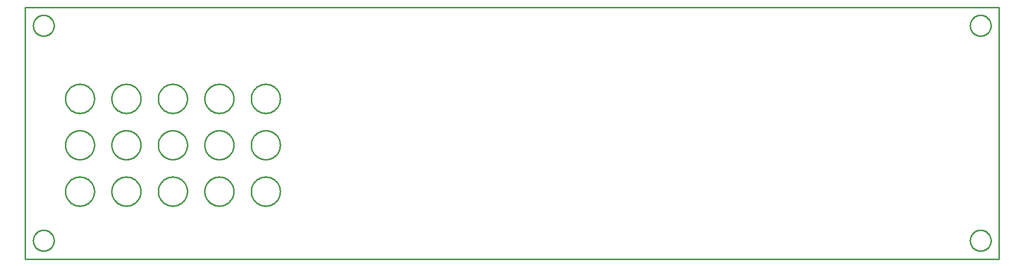
<source format=gbr>
G04 EAGLE Gerber RS-274X export*
G75*
%MOMM*%
%FSLAX34Y34*%
%LPD*%
%IN*%
%IPPOS*%
%AMOC8*
5,1,8,0,0,1.08239X$1,22.5*%
G01*
%ADD10C,0.254000*%


D10*
X0Y0D02*
X1676400Y0D01*
X1676400Y434340D01*
X0Y434340D01*
X0Y0D01*
X49657Y31164D02*
X49580Y29994D01*
X49427Y28831D01*
X49199Y27682D01*
X48895Y26549D01*
X48518Y25439D01*
X48070Y24356D01*
X47551Y23304D01*
X46965Y22289D01*
X46313Y21314D01*
X45600Y20384D01*
X44827Y19502D01*
X43998Y18673D01*
X43116Y17900D01*
X42186Y17187D01*
X41211Y16535D01*
X40196Y15949D01*
X39144Y15430D01*
X38061Y14982D01*
X36951Y14605D01*
X35818Y14301D01*
X34669Y14073D01*
X33506Y13920D01*
X32336Y13843D01*
X31164Y13843D01*
X29994Y13920D01*
X28831Y14073D01*
X27682Y14301D01*
X26549Y14605D01*
X25439Y14982D01*
X24356Y15430D01*
X23304Y15949D01*
X22289Y16535D01*
X21314Y17187D01*
X20384Y17900D01*
X19502Y18673D01*
X18673Y19502D01*
X17900Y20384D01*
X17187Y21314D01*
X16535Y22289D01*
X15949Y23304D01*
X15430Y24356D01*
X14982Y25439D01*
X14605Y26549D01*
X14301Y27682D01*
X14073Y28831D01*
X13920Y29994D01*
X13843Y31164D01*
X13843Y32336D01*
X13920Y33506D01*
X14073Y34669D01*
X14301Y35818D01*
X14605Y36951D01*
X14982Y38061D01*
X15430Y39144D01*
X15949Y40196D01*
X16535Y41211D01*
X17187Y42186D01*
X17900Y43116D01*
X18673Y43998D01*
X19502Y44827D01*
X20384Y45600D01*
X21314Y46313D01*
X22289Y46965D01*
X23304Y47551D01*
X24356Y48070D01*
X25439Y48518D01*
X26549Y48895D01*
X27682Y49199D01*
X28831Y49427D01*
X29994Y49580D01*
X31164Y49657D01*
X32336Y49657D01*
X33506Y49580D01*
X34669Y49427D01*
X35818Y49199D01*
X36951Y48895D01*
X38061Y48518D01*
X39144Y48070D01*
X40196Y47551D01*
X41211Y46965D01*
X42186Y46313D01*
X43116Y45600D01*
X43998Y44827D01*
X44827Y43998D01*
X45600Y43116D01*
X46313Y42186D01*
X46965Y41211D01*
X47551Y40196D01*
X48070Y39144D01*
X48518Y38061D01*
X48895Y36951D01*
X49199Y35818D01*
X49427Y34669D01*
X49580Y33506D01*
X49657Y32336D01*
X49657Y31164D01*
X49657Y402004D02*
X49580Y400834D01*
X49427Y399671D01*
X49199Y398522D01*
X48895Y397389D01*
X48518Y396279D01*
X48070Y395196D01*
X47551Y394144D01*
X46965Y393129D01*
X46313Y392154D01*
X45600Y391224D01*
X44827Y390342D01*
X43998Y389513D01*
X43116Y388740D01*
X42186Y388027D01*
X41211Y387375D01*
X40196Y386789D01*
X39144Y386270D01*
X38061Y385822D01*
X36951Y385445D01*
X35818Y385141D01*
X34669Y384913D01*
X33506Y384760D01*
X32336Y384683D01*
X31164Y384683D01*
X29994Y384760D01*
X28831Y384913D01*
X27682Y385141D01*
X26549Y385445D01*
X25439Y385822D01*
X24356Y386270D01*
X23304Y386789D01*
X22289Y387375D01*
X21314Y388027D01*
X20384Y388740D01*
X19502Y389513D01*
X18673Y390342D01*
X17900Y391224D01*
X17187Y392154D01*
X16535Y393129D01*
X15949Y394144D01*
X15430Y395196D01*
X14982Y396279D01*
X14605Y397389D01*
X14301Y398522D01*
X14073Y399671D01*
X13920Y400834D01*
X13843Y402004D01*
X13843Y403176D01*
X13920Y404346D01*
X14073Y405509D01*
X14301Y406658D01*
X14605Y407791D01*
X14982Y408901D01*
X15430Y409984D01*
X15949Y411036D01*
X16535Y412051D01*
X17187Y413026D01*
X17900Y413956D01*
X18673Y414838D01*
X19502Y415667D01*
X20384Y416440D01*
X21314Y417153D01*
X22289Y417805D01*
X23304Y418391D01*
X24356Y418910D01*
X25439Y419358D01*
X26549Y419735D01*
X27682Y420039D01*
X28831Y420267D01*
X29994Y420420D01*
X31164Y420497D01*
X32336Y420497D01*
X33506Y420420D01*
X34669Y420267D01*
X35818Y420039D01*
X36951Y419735D01*
X38061Y419358D01*
X39144Y418910D01*
X40196Y418391D01*
X41211Y417805D01*
X42186Y417153D01*
X43116Y416440D01*
X43998Y415667D01*
X44827Y414838D01*
X45600Y413956D01*
X46313Y413026D01*
X46965Y412051D01*
X47551Y411036D01*
X48070Y409984D01*
X48518Y408901D01*
X48895Y407791D01*
X49199Y406658D01*
X49427Y405509D01*
X49580Y404346D01*
X49657Y403176D01*
X49657Y402004D01*
X1662557Y402004D02*
X1662480Y400834D01*
X1662327Y399671D01*
X1662099Y398522D01*
X1661795Y397389D01*
X1661418Y396279D01*
X1660970Y395196D01*
X1660451Y394144D01*
X1659865Y393129D01*
X1659213Y392154D01*
X1658500Y391224D01*
X1657727Y390342D01*
X1656898Y389513D01*
X1656016Y388740D01*
X1655086Y388027D01*
X1654111Y387375D01*
X1653096Y386789D01*
X1652044Y386270D01*
X1650961Y385822D01*
X1649851Y385445D01*
X1648718Y385141D01*
X1647569Y384913D01*
X1646406Y384760D01*
X1645236Y384683D01*
X1644064Y384683D01*
X1642894Y384760D01*
X1641731Y384913D01*
X1640582Y385141D01*
X1639449Y385445D01*
X1638339Y385822D01*
X1637256Y386270D01*
X1636204Y386789D01*
X1635189Y387375D01*
X1634214Y388027D01*
X1633284Y388740D01*
X1632402Y389513D01*
X1631573Y390342D01*
X1630800Y391224D01*
X1630087Y392154D01*
X1629435Y393129D01*
X1628849Y394144D01*
X1628330Y395196D01*
X1627882Y396279D01*
X1627505Y397389D01*
X1627201Y398522D01*
X1626973Y399671D01*
X1626820Y400834D01*
X1626743Y402004D01*
X1626743Y403176D01*
X1626820Y404346D01*
X1626973Y405509D01*
X1627201Y406658D01*
X1627505Y407791D01*
X1627882Y408901D01*
X1628330Y409984D01*
X1628849Y411036D01*
X1629435Y412051D01*
X1630087Y413026D01*
X1630800Y413956D01*
X1631573Y414838D01*
X1632402Y415667D01*
X1633284Y416440D01*
X1634214Y417153D01*
X1635189Y417805D01*
X1636204Y418391D01*
X1637256Y418910D01*
X1638339Y419358D01*
X1639449Y419735D01*
X1640582Y420039D01*
X1641731Y420267D01*
X1642894Y420420D01*
X1644064Y420497D01*
X1645236Y420497D01*
X1646406Y420420D01*
X1647569Y420267D01*
X1648718Y420039D01*
X1649851Y419735D01*
X1650961Y419358D01*
X1652044Y418910D01*
X1653096Y418391D01*
X1654111Y417805D01*
X1655086Y417153D01*
X1656016Y416440D01*
X1656898Y415667D01*
X1657727Y414838D01*
X1658500Y413956D01*
X1659213Y413026D01*
X1659865Y412051D01*
X1660451Y411036D01*
X1660970Y409984D01*
X1661418Y408901D01*
X1661795Y407791D01*
X1662099Y406658D01*
X1662327Y405509D01*
X1662480Y404346D01*
X1662557Y403176D01*
X1662557Y402004D01*
X1662557Y31164D02*
X1662480Y29994D01*
X1662327Y28831D01*
X1662099Y27682D01*
X1661795Y26549D01*
X1661418Y25439D01*
X1660970Y24356D01*
X1660451Y23304D01*
X1659865Y22289D01*
X1659213Y21314D01*
X1658500Y20384D01*
X1657727Y19502D01*
X1656898Y18673D01*
X1656016Y17900D01*
X1655086Y17187D01*
X1654111Y16535D01*
X1653096Y15949D01*
X1652044Y15430D01*
X1650961Y14982D01*
X1649851Y14605D01*
X1648718Y14301D01*
X1647569Y14073D01*
X1646406Y13920D01*
X1645236Y13843D01*
X1644064Y13843D01*
X1642894Y13920D01*
X1641731Y14073D01*
X1640582Y14301D01*
X1639449Y14605D01*
X1638339Y14982D01*
X1637256Y15430D01*
X1636204Y15949D01*
X1635189Y16535D01*
X1634214Y17187D01*
X1633284Y17900D01*
X1632402Y18673D01*
X1631573Y19502D01*
X1630800Y20384D01*
X1630087Y21314D01*
X1629435Y22289D01*
X1628849Y23304D01*
X1628330Y24356D01*
X1627882Y25439D01*
X1627505Y26549D01*
X1627201Y27682D01*
X1626973Y28831D01*
X1626820Y29994D01*
X1626743Y31164D01*
X1626743Y32336D01*
X1626820Y33506D01*
X1626973Y34669D01*
X1627201Y35818D01*
X1627505Y36951D01*
X1627882Y38061D01*
X1628330Y39144D01*
X1628849Y40196D01*
X1629435Y41211D01*
X1630087Y42186D01*
X1630800Y43116D01*
X1631573Y43998D01*
X1632402Y44827D01*
X1633284Y45600D01*
X1634214Y46313D01*
X1635189Y46965D01*
X1636204Y47551D01*
X1637256Y48070D01*
X1638339Y48518D01*
X1639449Y48895D01*
X1640582Y49199D01*
X1641731Y49427D01*
X1642894Y49580D01*
X1644064Y49657D01*
X1645236Y49657D01*
X1646406Y49580D01*
X1647569Y49427D01*
X1648718Y49199D01*
X1649851Y48895D01*
X1650961Y48518D01*
X1652044Y48070D01*
X1653096Y47551D01*
X1654111Y46965D01*
X1655086Y46313D01*
X1656016Y45600D01*
X1656898Y44827D01*
X1657727Y43998D01*
X1658500Y43116D01*
X1659213Y42186D01*
X1659865Y41211D01*
X1660451Y40196D01*
X1660970Y39144D01*
X1661418Y38061D01*
X1661795Y36951D01*
X1662099Y35818D01*
X1662327Y34669D01*
X1662480Y33506D01*
X1662557Y32336D01*
X1662557Y31164D01*
X389000Y115799D02*
X389079Y114398D01*
X389236Y113004D01*
X389471Y111621D01*
X389783Y110253D01*
X390171Y108905D01*
X390635Y107581D01*
X391171Y106285D01*
X391780Y105021D01*
X392459Y103793D01*
X393205Y102605D01*
X394017Y101461D01*
X394892Y100364D01*
X395826Y99318D01*
X396818Y98326D01*
X397864Y97392D01*
X398961Y96517D01*
X400105Y95705D01*
X401293Y94959D01*
X402521Y94280D01*
X403785Y93671D01*
X405081Y93135D01*
X406405Y92671D01*
X407753Y92283D01*
X409121Y91971D01*
X410504Y91736D01*
X411898Y91579D01*
X413299Y91500D01*
X414701Y91500D01*
X416102Y91579D01*
X417496Y91736D01*
X418879Y91971D01*
X420247Y92283D01*
X421595Y92671D01*
X422919Y93135D01*
X424215Y93671D01*
X425479Y94280D01*
X426707Y94959D01*
X427895Y95705D01*
X429039Y96517D01*
X430136Y97392D01*
X431182Y98326D01*
X432174Y99318D01*
X433108Y100364D01*
X433983Y101461D01*
X434795Y102605D01*
X435541Y103793D01*
X436220Y105021D01*
X436829Y106285D01*
X437365Y107581D01*
X437829Y108905D01*
X438217Y110253D01*
X438529Y111621D01*
X438764Y113004D01*
X438921Y114398D01*
X439000Y115799D01*
X439000Y117201D01*
X438921Y118602D01*
X438764Y119996D01*
X438529Y121379D01*
X438217Y122747D01*
X437829Y124095D01*
X437365Y125419D01*
X436829Y126715D01*
X436220Y127979D01*
X435541Y129207D01*
X434795Y130395D01*
X433983Y131539D01*
X433108Y132636D01*
X432174Y133682D01*
X431182Y134674D01*
X430136Y135608D01*
X429039Y136483D01*
X427895Y137295D01*
X426707Y138041D01*
X425479Y138720D01*
X424215Y139329D01*
X422919Y139865D01*
X421595Y140329D01*
X420247Y140717D01*
X418879Y141029D01*
X417496Y141264D01*
X416102Y141421D01*
X414701Y141500D01*
X413299Y141500D01*
X411898Y141421D01*
X410504Y141264D01*
X409121Y141029D01*
X407753Y140717D01*
X406405Y140329D01*
X405081Y139865D01*
X403785Y139329D01*
X402521Y138720D01*
X401293Y138041D01*
X400105Y137295D01*
X398961Y136483D01*
X397864Y135608D01*
X396818Y134674D01*
X395826Y133682D01*
X394892Y132636D01*
X394017Y131539D01*
X393205Y130395D01*
X392459Y129207D01*
X391780Y127979D01*
X391171Y126715D01*
X390635Y125419D01*
X390171Y124095D01*
X389783Y122747D01*
X389471Y121379D01*
X389236Y119996D01*
X389079Y118602D01*
X389000Y117201D01*
X389000Y115799D01*
X309000Y115799D02*
X309079Y114398D01*
X309236Y113004D01*
X309471Y111621D01*
X309783Y110253D01*
X310171Y108905D01*
X310635Y107581D01*
X311171Y106285D01*
X311780Y105021D01*
X312459Y103793D01*
X313205Y102605D01*
X314017Y101461D01*
X314892Y100364D01*
X315826Y99318D01*
X316818Y98326D01*
X317864Y97392D01*
X318961Y96517D01*
X320105Y95705D01*
X321293Y94959D01*
X322521Y94280D01*
X323785Y93671D01*
X325081Y93135D01*
X326405Y92671D01*
X327753Y92283D01*
X329121Y91971D01*
X330504Y91736D01*
X331898Y91579D01*
X333299Y91500D01*
X334701Y91500D01*
X336102Y91579D01*
X337496Y91736D01*
X338879Y91971D01*
X340247Y92283D01*
X341595Y92671D01*
X342919Y93135D01*
X344215Y93671D01*
X345479Y94280D01*
X346707Y94959D01*
X347895Y95705D01*
X349039Y96517D01*
X350136Y97392D01*
X351182Y98326D01*
X352174Y99318D01*
X353108Y100364D01*
X353983Y101461D01*
X354795Y102605D01*
X355541Y103793D01*
X356220Y105021D01*
X356829Y106285D01*
X357365Y107581D01*
X357829Y108905D01*
X358217Y110253D01*
X358529Y111621D01*
X358764Y113004D01*
X358921Y114398D01*
X359000Y115799D01*
X359000Y117201D01*
X358921Y118602D01*
X358764Y119996D01*
X358529Y121379D01*
X358217Y122747D01*
X357829Y124095D01*
X357365Y125419D01*
X356829Y126715D01*
X356220Y127979D01*
X355541Y129207D01*
X354795Y130395D01*
X353983Y131539D01*
X353108Y132636D01*
X352174Y133682D01*
X351182Y134674D01*
X350136Y135608D01*
X349039Y136483D01*
X347895Y137295D01*
X346707Y138041D01*
X345479Y138720D01*
X344215Y139329D01*
X342919Y139865D01*
X341595Y140329D01*
X340247Y140717D01*
X338879Y141029D01*
X337496Y141264D01*
X336102Y141421D01*
X334701Y141500D01*
X333299Y141500D01*
X331898Y141421D01*
X330504Y141264D01*
X329121Y141029D01*
X327753Y140717D01*
X326405Y140329D01*
X325081Y139865D01*
X323785Y139329D01*
X322521Y138720D01*
X321293Y138041D01*
X320105Y137295D01*
X318961Y136483D01*
X317864Y135608D01*
X316818Y134674D01*
X315826Y133682D01*
X314892Y132636D01*
X314017Y131539D01*
X313205Y130395D01*
X312459Y129207D01*
X311780Y127979D01*
X311171Y126715D01*
X310635Y125419D01*
X310171Y124095D01*
X309783Y122747D01*
X309471Y121379D01*
X309236Y119996D01*
X309079Y118602D01*
X309000Y117201D01*
X309000Y115799D01*
X229000Y115799D02*
X229079Y114398D01*
X229236Y113004D01*
X229471Y111621D01*
X229783Y110253D01*
X230171Y108905D01*
X230635Y107581D01*
X231171Y106285D01*
X231780Y105021D01*
X232459Y103793D01*
X233205Y102605D01*
X234017Y101461D01*
X234892Y100364D01*
X235826Y99318D01*
X236818Y98326D01*
X237864Y97392D01*
X238961Y96517D01*
X240105Y95705D01*
X241293Y94959D01*
X242521Y94280D01*
X243785Y93671D01*
X245081Y93135D01*
X246405Y92671D01*
X247753Y92283D01*
X249121Y91971D01*
X250504Y91736D01*
X251898Y91579D01*
X253299Y91500D01*
X254701Y91500D01*
X256102Y91579D01*
X257496Y91736D01*
X258879Y91971D01*
X260247Y92283D01*
X261595Y92671D01*
X262919Y93135D01*
X264215Y93671D01*
X265479Y94280D01*
X266707Y94959D01*
X267895Y95705D01*
X269039Y96517D01*
X270136Y97392D01*
X271182Y98326D01*
X272174Y99318D01*
X273108Y100364D01*
X273983Y101461D01*
X274795Y102605D01*
X275541Y103793D01*
X276220Y105021D01*
X276829Y106285D01*
X277365Y107581D01*
X277829Y108905D01*
X278217Y110253D01*
X278529Y111621D01*
X278764Y113004D01*
X278921Y114398D01*
X279000Y115799D01*
X279000Y117201D01*
X278921Y118602D01*
X278764Y119996D01*
X278529Y121379D01*
X278217Y122747D01*
X277829Y124095D01*
X277365Y125419D01*
X276829Y126715D01*
X276220Y127979D01*
X275541Y129207D01*
X274795Y130395D01*
X273983Y131539D01*
X273108Y132636D01*
X272174Y133682D01*
X271182Y134674D01*
X270136Y135608D01*
X269039Y136483D01*
X267895Y137295D01*
X266707Y138041D01*
X265479Y138720D01*
X264215Y139329D01*
X262919Y139865D01*
X261595Y140329D01*
X260247Y140717D01*
X258879Y141029D01*
X257496Y141264D01*
X256102Y141421D01*
X254701Y141500D01*
X253299Y141500D01*
X251898Y141421D01*
X250504Y141264D01*
X249121Y141029D01*
X247753Y140717D01*
X246405Y140329D01*
X245081Y139865D01*
X243785Y139329D01*
X242521Y138720D01*
X241293Y138041D01*
X240105Y137295D01*
X238961Y136483D01*
X237864Y135608D01*
X236818Y134674D01*
X235826Y133682D01*
X234892Y132636D01*
X234017Y131539D01*
X233205Y130395D01*
X232459Y129207D01*
X231780Y127979D01*
X231171Y126715D01*
X230635Y125419D01*
X230171Y124095D01*
X229783Y122747D01*
X229471Y121379D01*
X229236Y119996D01*
X229079Y118602D01*
X229000Y117201D01*
X229000Y115799D01*
X149000Y115799D02*
X149079Y114398D01*
X149236Y113004D01*
X149471Y111621D01*
X149783Y110253D01*
X150171Y108905D01*
X150635Y107581D01*
X151171Y106285D01*
X151780Y105021D01*
X152459Y103793D01*
X153205Y102605D01*
X154017Y101461D01*
X154892Y100364D01*
X155826Y99318D01*
X156818Y98326D01*
X157864Y97392D01*
X158961Y96517D01*
X160105Y95705D01*
X161293Y94959D01*
X162521Y94280D01*
X163785Y93671D01*
X165081Y93135D01*
X166405Y92671D01*
X167753Y92283D01*
X169121Y91971D01*
X170504Y91736D01*
X171898Y91579D01*
X173299Y91500D01*
X174701Y91500D01*
X176102Y91579D01*
X177496Y91736D01*
X178879Y91971D01*
X180247Y92283D01*
X181595Y92671D01*
X182919Y93135D01*
X184215Y93671D01*
X185479Y94280D01*
X186707Y94959D01*
X187895Y95705D01*
X189039Y96517D01*
X190136Y97392D01*
X191182Y98326D01*
X192174Y99318D01*
X193108Y100364D01*
X193983Y101461D01*
X194795Y102605D01*
X195541Y103793D01*
X196220Y105021D01*
X196829Y106285D01*
X197365Y107581D01*
X197829Y108905D01*
X198217Y110253D01*
X198529Y111621D01*
X198764Y113004D01*
X198921Y114398D01*
X199000Y115799D01*
X199000Y117201D01*
X198921Y118602D01*
X198764Y119996D01*
X198529Y121379D01*
X198217Y122747D01*
X197829Y124095D01*
X197365Y125419D01*
X196829Y126715D01*
X196220Y127979D01*
X195541Y129207D01*
X194795Y130395D01*
X193983Y131539D01*
X193108Y132636D01*
X192174Y133682D01*
X191182Y134674D01*
X190136Y135608D01*
X189039Y136483D01*
X187895Y137295D01*
X186707Y138041D01*
X185479Y138720D01*
X184215Y139329D01*
X182919Y139865D01*
X181595Y140329D01*
X180247Y140717D01*
X178879Y141029D01*
X177496Y141264D01*
X176102Y141421D01*
X174701Y141500D01*
X173299Y141500D01*
X171898Y141421D01*
X170504Y141264D01*
X169121Y141029D01*
X167753Y140717D01*
X166405Y140329D01*
X165081Y139865D01*
X163785Y139329D01*
X162521Y138720D01*
X161293Y138041D01*
X160105Y137295D01*
X158961Y136483D01*
X157864Y135608D01*
X156818Y134674D01*
X155826Y133682D01*
X154892Y132636D01*
X154017Y131539D01*
X153205Y130395D01*
X152459Y129207D01*
X151780Y127979D01*
X151171Y126715D01*
X150635Y125419D01*
X150171Y124095D01*
X149783Y122747D01*
X149471Y121379D01*
X149236Y119996D01*
X149079Y118602D01*
X149000Y117201D01*
X149000Y115799D01*
X389000Y275799D02*
X389079Y274398D01*
X389236Y273004D01*
X389471Y271621D01*
X389783Y270253D01*
X390171Y268905D01*
X390635Y267581D01*
X391171Y266285D01*
X391780Y265021D01*
X392459Y263793D01*
X393205Y262605D01*
X394017Y261461D01*
X394892Y260364D01*
X395826Y259318D01*
X396818Y258326D01*
X397864Y257392D01*
X398961Y256517D01*
X400105Y255705D01*
X401293Y254959D01*
X402521Y254280D01*
X403785Y253671D01*
X405081Y253135D01*
X406405Y252671D01*
X407753Y252283D01*
X409121Y251971D01*
X410504Y251736D01*
X411898Y251579D01*
X413299Y251500D01*
X414701Y251500D01*
X416102Y251579D01*
X417496Y251736D01*
X418879Y251971D01*
X420247Y252283D01*
X421595Y252671D01*
X422919Y253135D01*
X424215Y253671D01*
X425479Y254280D01*
X426707Y254959D01*
X427895Y255705D01*
X429039Y256517D01*
X430136Y257392D01*
X431182Y258326D01*
X432174Y259318D01*
X433108Y260364D01*
X433983Y261461D01*
X434795Y262605D01*
X435541Y263793D01*
X436220Y265021D01*
X436829Y266285D01*
X437365Y267581D01*
X437829Y268905D01*
X438217Y270253D01*
X438529Y271621D01*
X438764Y273004D01*
X438921Y274398D01*
X439000Y275799D01*
X439000Y277201D01*
X438921Y278602D01*
X438764Y279996D01*
X438529Y281379D01*
X438217Y282747D01*
X437829Y284095D01*
X437365Y285419D01*
X436829Y286715D01*
X436220Y287979D01*
X435541Y289207D01*
X434795Y290395D01*
X433983Y291539D01*
X433108Y292636D01*
X432174Y293682D01*
X431182Y294674D01*
X430136Y295608D01*
X429039Y296483D01*
X427895Y297295D01*
X426707Y298041D01*
X425479Y298720D01*
X424215Y299329D01*
X422919Y299865D01*
X421595Y300329D01*
X420247Y300717D01*
X418879Y301029D01*
X417496Y301264D01*
X416102Y301421D01*
X414701Y301500D01*
X413299Y301500D01*
X411898Y301421D01*
X410504Y301264D01*
X409121Y301029D01*
X407753Y300717D01*
X406405Y300329D01*
X405081Y299865D01*
X403785Y299329D01*
X402521Y298720D01*
X401293Y298041D01*
X400105Y297295D01*
X398961Y296483D01*
X397864Y295608D01*
X396818Y294674D01*
X395826Y293682D01*
X394892Y292636D01*
X394017Y291539D01*
X393205Y290395D01*
X392459Y289207D01*
X391780Y287979D01*
X391171Y286715D01*
X390635Y285419D01*
X390171Y284095D01*
X389783Y282747D01*
X389471Y281379D01*
X389236Y279996D01*
X389079Y278602D01*
X389000Y277201D01*
X389000Y275799D01*
X309000Y275799D02*
X309079Y274398D01*
X309236Y273004D01*
X309471Y271621D01*
X309783Y270253D01*
X310171Y268905D01*
X310635Y267581D01*
X311171Y266285D01*
X311780Y265021D01*
X312459Y263793D01*
X313205Y262605D01*
X314017Y261461D01*
X314892Y260364D01*
X315826Y259318D01*
X316818Y258326D01*
X317864Y257392D01*
X318961Y256517D01*
X320105Y255705D01*
X321293Y254959D01*
X322521Y254280D01*
X323785Y253671D01*
X325081Y253135D01*
X326405Y252671D01*
X327753Y252283D01*
X329121Y251971D01*
X330504Y251736D01*
X331898Y251579D01*
X333299Y251500D01*
X334701Y251500D01*
X336102Y251579D01*
X337496Y251736D01*
X338879Y251971D01*
X340247Y252283D01*
X341595Y252671D01*
X342919Y253135D01*
X344215Y253671D01*
X345479Y254280D01*
X346707Y254959D01*
X347895Y255705D01*
X349039Y256517D01*
X350136Y257392D01*
X351182Y258326D01*
X352174Y259318D01*
X353108Y260364D01*
X353983Y261461D01*
X354795Y262605D01*
X355541Y263793D01*
X356220Y265021D01*
X356829Y266285D01*
X357365Y267581D01*
X357829Y268905D01*
X358217Y270253D01*
X358529Y271621D01*
X358764Y273004D01*
X358921Y274398D01*
X359000Y275799D01*
X359000Y277201D01*
X358921Y278602D01*
X358764Y279996D01*
X358529Y281379D01*
X358217Y282747D01*
X357829Y284095D01*
X357365Y285419D01*
X356829Y286715D01*
X356220Y287979D01*
X355541Y289207D01*
X354795Y290395D01*
X353983Y291539D01*
X353108Y292636D01*
X352174Y293682D01*
X351182Y294674D01*
X350136Y295608D01*
X349039Y296483D01*
X347895Y297295D01*
X346707Y298041D01*
X345479Y298720D01*
X344215Y299329D01*
X342919Y299865D01*
X341595Y300329D01*
X340247Y300717D01*
X338879Y301029D01*
X337496Y301264D01*
X336102Y301421D01*
X334701Y301500D01*
X333299Y301500D01*
X331898Y301421D01*
X330504Y301264D01*
X329121Y301029D01*
X327753Y300717D01*
X326405Y300329D01*
X325081Y299865D01*
X323785Y299329D01*
X322521Y298720D01*
X321293Y298041D01*
X320105Y297295D01*
X318961Y296483D01*
X317864Y295608D01*
X316818Y294674D01*
X315826Y293682D01*
X314892Y292636D01*
X314017Y291539D01*
X313205Y290395D01*
X312459Y289207D01*
X311780Y287979D01*
X311171Y286715D01*
X310635Y285419D01*
X310171Y284095D01*
X309783Y282747D01*
X309471Y281379D01*
X309236Y279996D01*
X309079Y278602D01*
X309000Y277201D01*
X309000Y275799D01*
X229000Y275799D02*
X229079Y274398D01*
X229236Y273004D01*
X229471Y271621D01*
X229783Y270253D01*
X230171Y268905D01*
X230635Y267581D01*
X231171Y266285D01*
X231780Y265021D01*
X232459Y263793D01*
X233205Y262605D01*
X234017Y261461D01*
X234892Y260364D01*
X235826Y259318D01*
X236818Y258326D01*
X237864Y257392D01*
X238961Y256517D01*
X240105Y255705D01*
X241293Y254959D01*
X242521Y254280D01*
X243785Y253671D01*
X245081Y253135D01*
X246405Y252671D01*
X247753Y252283D01*
X249121Y251971D01*
X250504Y251736D01*
X251898Y251579D01*
X253299Y251500D01*
X254701Y251500D01*
X256102Y251579D01*
X257496Y251736D01*
X258879Y251971D01*
X260247Y252283D01*
X261595Y252671D01*
X262919Y253135D01*
X264215Y253671D01*
X265479Y254280D01*
X266707Y254959D01*
X267895Y255705D01*
X269039Y256517D01*
X270136Y257392D01*
X271182Y258326D01*
X272174Y259318D01*
X273108Y260364D01*
X273983Y261461D01*
X274795Y262605D01*
X275541Y263793D01*
X276220Y265021D01*
X276829Y266285D01*
X277365Y267581D01*
X277829Y268905D01*
X278217Y270253D01*
X278529Y271621D01*
X278764Y273004D01*
X278921Y274398D01*
X279000Y275799D01*
X279000Y277201D01*
X278921Y278602D01*
X278764Y279996D01*
X278529Y281379D01*
X278217Y282747D01*
X277829Y284095D01*
X277365Y285419D01*
X276829Y286715D01*
X276220Y287979D01*
X275541Y289207D01*
X274795Y290395D01*
X273983Y291539D01*
X273108Y292636D01*
X272174Y293682D01*
X271182Y294674D01*
X270136Y295608D01*
X269039Y296483D01*
X267895Y297295D01*
X266707Y298041D01*
X265479Y298720D01*
X264215Y299329D01*
X262919Y299865D01*
X261595Y300329D01*
X260247Y300717D01*
X258879Y301029D01*
X257496Y301264D01*
X256102Y301421D01*
X254701Y301500D01*
X253299Y301500D01*
X251898Y301421D01*
X250504Y301264D01*
X249121Y301029D01*
X247753Y300717D01*
X246405Y300329D01*
X245081Y299865D01*
X243785Y299329D01*
X242521Y298720D01*
X241293Y298041D01*
X240105Y297295D01*
X238961Y296483D01*
X237864Y295608D01*
X236818Y294674D01*
X235826Y293682D01*
X234892Y292636D01*
X234017Y291539D01*
X233205Y290395D01*
X232459Y289207D01*
X231780Y287979D01*
X231171Y286715D01*
X230635Y285419D01*
X230171Y284095D01*
X229783Y282747D01*
X229471Y281379D01*
X229236Y279996D01*
X229079Y278602D01*
X229000Y277201D01*
X229000Y275799D01*
X149000Y275799D02*
X149079Y274398D01*
X149236Y273004D01*
X149471Y271621D01*
X149783Y270253D01*
X150171Y268905D01*
X150635Y267581D01*
X151171Y266285D01*
X151780Y265021D01*
X152459Y263793D01*
X153205Y262605D01*
X154017Y261461D01*
X154892Y260364D01*
X155826Y259318D01*
X156818Y258326D01*
X157864Y257392D01*
X158961Y256517D01*
X160105Y255705D01*
X161293Y254959D01*
X162521Y254280D01*
X163785Y253671D01*
X165081Y253135D01*
X166405Y252671D01*
X167753Y252283D01*
X169121Y251971D01*
X170504Y251736D01*
X171898Y251579D01*
X173299Y251500D01*
X174701Y251500D01*
X176102Y251579D01*
X177496Y251736D01*
X178879Y251971D01*
X180247Y252283D01*
X181595Y252671D01*
X182919Y253135D01*
X184215Y253671D01*
X185479Y254280D01*
X186707Y254959D01*
X187895Y255705D01*
X189039Y256517D01*
X190136Y257392D01*
X191182Y258326D01*
X192174Y259318D01*
X193108Y260364D01*
X193983Y261461D01*
X194795Y262605D01*
X195541Y263793D01*
X196220Y265021D01*
X196829Y266285D01*
X197365Y267581D01*
X197829Y268905D01*
X198217Y270253D01*
X198529Y271621D01*
X198764Y273004D01*
X198921Y274398D01*
X199000Y275799D01*
X199000Y277201D01*
X198921Y278602D01*
X198764Y279996D01*
X198529Y281379D01*
X198217Y282747D01*
X197829Y284095D01*
X197365Y285419D01*
X196829Y286715D01*
X196220Y287979D01*
X195541Y289207D01*
X194795Y290395D01*
X193983Y291539D01*
X193108Y292636D01*
X192174Y293682D01*
X191182Y294674D01*
X190136Y295608D01*
X189039Y296483D01*
X187895Y297295D01*
X186707Y298041D01*
X185479Y298720D01*
X184215Y299329D01*
X182919Y299865D01*
X181595Y300329D01*
X180247Y300717D01*
X178879Y301029D01*
X177496Y301264D01*
X176102Y301421D01*
X174701Y301500D01*
X173299Y301500D01*
X171898Y301421D01*
X170504Y301264D01*
X169121Y301029D01*
X167753Y300717D01*
X166405Y300329D01*
X165081Y299865D01*
X163785Y299329D01*
X162521Y298720D01*
X161293Y298041D01*
X160105Y297295D01*
X158961Y296483D01*
X157864Y295608D01*
X156818Y294674D01*
X155826Y293682D01*
X154892Y292636D01*
X154017Y291539D01*
X153205Y290395D01*
X152459Y289207D01*
X151780Y287979D01*
X151171Y286715D01*
X150635Y285419D01*
X150171Y284095D01*
X149783Y282747D01*
X149471Y281379D01*
X149236Y279996D01*
X149079Y278602D01*
X149000Y277201D01*
X149000Y275799D01*
X389000Y195799D02*
X389079Y194398D01*
X389236Y193004D01*
X389471Y191621D01*
X389783Y190253D01*
X390171Y188905D01*
X390635Y187581D01*
X391171Y186285D01*
X391780Y185021D01*
X392459Y183793D01*
X393205Y182605D01*
X394017Y181461D01*
X394892Y180364D01*
X395826Y179318D01*
X396818Y178326D01*
X397864Y177392D01*
X398961Y176517D01*
X400105Y175705D01*
X401293Y174959D01*
X402521Y174280D01*
X403785Y173671D01*
X405081Y173135D01*
X406405Y172671D01*
X407753Y172283D01*
X409121Y171971D01*
X410504Y171736D01*
X411898Y171579D01*
X413299Y171500D01*
X414701Y171500D01*
X416102Y171579D01*
X417496Y171736D01*
X418879Y171971D01*
X420247Y172283D01*
X421595Y172671D01*
X422919Y173135D01*
X424215Y173671D01*
X425479Y174280D01*
X426707Y174959D01*
X427895Y175705D01*
X429039Y176517D01*
X430136Y177392D01*
X431182Y178326D01*
X432174Y179318D01*
X433108Y180364D01*
X433983Y181461D01*
X434795Y182605D01*
X435541Y183793D01*
X436220Y185021D01*
X436829Y186285D01*
X437365Y187581D01*
X437829Y188905D01*
X438217Y190253D01*
X438529Y191621D01*
X438764Y193004D01*
X438921Y194398D01*
X439000Y195799D01*
X439000Y197201D01*
X438921Y198602D01*
X438764Y199996D01*
X438529Y201379D01*
X438217Y202747D01*
X437829Y204095D01*
X437365Y205419D01*
X436829Y206715D01*
X436220Y207979D01*
X435541Y209207D01*
X434795Y210395D01*
X433983Y211539D01*
X433108Y212636D01*
X432174Y213682D01*
X431182Y214674D01*
X430136Y215608D01*
X429039Y216483D01*
X427895Y217295D01*
X426707Y218041D01*
X425479Y218720D01*
X424215Y219329D01*
X422919Y219865D01*
X421595Y220329D01*
X420247Y220717D01*
X418879Y221029D01*
X417496Y221264D01*
X416102Y221421D01*
X414701Y221500D01*
X413299Y221500D01*
X411898Y221421D01*
X410504Y221264D01*
X409121Y221029D01*
X407753Y220717D01*
X406405Y220329D01*
X405081Y219865D01*
X403785Y219329D01*
X402521Y218720D01*
X401293Y218041D01*
X400105Y217295D01*
X398961Y216483D01*
X397864Y215608D01*
X396818Y214674D01*
X395826Y213682D01*
X394892Y212636D01*
X394017Y211539D01*
X393205Y210395D01*
X392459Y209207D01*
X391780Y207979D01*
X391171Y206715D01*
X390635Y205419D01*
X390171Y204095D01*
X389783Y202747D01*
X389471Y201379D01*
X389236Y199996D01*
X389079Y198602D01*
X389000Y197201D01*
X389000Y195799D01*
X309000Y195799D02*
X309079Y194398D01*
X309236Y193004D01*
X309471Y191621D01*
X309783Y190253D01*
X310171Y188905D01*
X310635Y187581D01*
X311171Y186285D01*
X311780Y185021D01*
X312459Y183793D01*
X313205Y182605D01*
X314017Y181461D01*
X314892Y180364D01*
X315826Y179318D01*
X316818Y178326D01*
X317864Y177392D01*
X318961Y176517D01*
X320105Y175705D01*
X321293Y174959D01*
X322521Y174280D01*
X323785Y173671D01*
X325081Y173135D01*
X326405Y172671D01*
X327753Y172283D01*
X329121Y171971D01*
X330504Y171736D01*
X331898Y171579D01*
X333299Y171500D01*
X334701Y171500D01*
X336102Y171579D01*
X337496Y171736D01*
X338879Y171971D01*
X340247Y172283D01*
X341595Y172671D01*
X342919Y173135D01*
X344215Y173671D01*
X345479Y174280D01*
X346707Y174959D01*
X347895Y175705D01*
X349039Y176517D01*
X350136Y177392D01*
X351182Y178326D01*
X352174Y179318D01*
X353108Y180364D01*
X353983Y181461D01*
X354795Y182605D01*
X355541Y183793D01*
X356220Y185021D01*
X356829Y186285D01*
X357365Y187581D01*
X357829Y188905D01*
X358217Y190253D01*
X358529Y191621D01*
X358764Y193004D01*
X358921Y194398D01*
X359000Y195799D01*
X359000Y197201D01*
X358921Y198602D01*
X358764Y199996D01*
X358529Y201379D01*
X358217Y202747D01*
X357829Y204095D01*
X357365Y205419D01*
X356829Y206715D01*
X356220Y207979D01*
X355541Y209207D01*
X354795Y210395D01*
X353983Y211539D01*
X353108Y212636D01*
X352174Y213682D01*
X351182Y214674D01*
X350136Y215608D01*
X349039Y216483D01*
X347895Y217295D01*
X346707Y218041D01*
X345479Y218720D01*
X344215Y219329D01*
X342919Y219865D01*
X341595Y220329D01*
X340247Y220717D01*
X338879Y221029D01*
X337496Y221264D01*
X336102Y221421D01*
X334701Y221500D01*
X333299Y221500D01*
X331898Y221421D01*
X330504Y221264D01*
X329121Y221029D01*
X327753Y220717D01*
X326405Y220329D01*
X325081Y219865D01*
X323785Y219329D01*
X322521Y218720D01*
X321293Y218041D01*
X320105Y217295D01*
X318961Y216483D01*
X317864Y215608D01*
X316818Y214674D01*
X315826Y213682D01*
X314892Y212636D01*
X314017Y211539D01*
X313205Y210395D01*
X312459Y209207D01*
X311780Y207979D01*
X311171Y206715D01*
X310635Y205419D01*
X310171Y204095D01*
X309783Y202747D01*
X309471Y201379D01*
X309236Y199996D01*
X309079Y198602D01*
X309000Y197201D01*
X309000Y195799D01*
X229000Y195799D02*
X229079Y194398D01*
X229236Y193004D01*
X229471Y191621D01*
X229783Y190253D01*
X230171Y188905D01*
X230635Y187581D01*
X231171Y186285D01*
X231780Y185021D01*
X232459Y183793D01*
X233205Y182605D01*
X234017Y181461D01*
X234892Y180364D01*
X235826Y179318D01*
X236818Y178326D01*
X237864Y177392D01*
X238961Y176517D01*
X240105Y175705D01*
X241293Y174959D01*
X242521Y174280D01*
X243785Y173671D01*
X245081Y173135D01*
X246405Y172671D01*
X247753Y172283D01*
X249121Y171971D01*
X250504Y171736D01*
X251898Y171579D01*
X253299Y171500D01*
X254701Y171500D01*
X256102Y171579D01*
X257496Y171736D01*
X258879Y171971D01*
X260247Y172283D01*
X261595Y172671D01*
X262919Y173135D01*
X264215Y173671D01*
X265479Y174280D01*
X266707Y174959D01*
X267895Y175705D01*
X269039Y176517D01*
X270136Y177392D01*
X271182Y178326D01*
X272174Y179318D01*
X273108Y180364D01*
X273983Y181461D01*
X274795Y182605D01*
X275541Y183793D01*
X276220Y185021D01*
X276829Y186285D01*
X277365Y187581D01*
X277829Y188905D01*
X278217Y190253D01*
X278529Y191621D01*
X278764Y193004D01*
X278921Y194398D01*
X279000Y195799D01*
X279000Y197201D01*
X278921Y198602D01*
X278764Y199996D01*
X278529Y201379D01*
X278217Y202747D01*
X277829Y204095D01*
X277365Y205419D01*
X276829Y206715D01*
X276220Y207979D01*
X275541Y209207D01*
X274795Y210395D01*
X273983Y211539D01*
X273108Y212636D01*
X272174Y213682D01*
X271182Y214674D01*
X270136Y215608D01*
X269039Y216483D01*
X267895Y217295D01*
X266707Y218041D01*
X265479Y218720D01*
X264215Y219329D01*
X262919Y219865D01*
X261595Y220329D01*
X260247Y220717D01*
X258879Y221029D01*
X257496Y221264D01*
X256102Y221421D01*
X254701Y221500D01*
X253299Y221500D01*
X251898Y221421D01*
X250504Y221264D01*
X249121Y221029D01*
X247753Y220717D01*
X246405Y220329D01*
X245081Y219865D01*
X243785Y219329D01*
X242521Y218720D01*
X241293Y218041D01*
X240105Y217295D01*
X238961Y216483D01*
X237864Y215608D01*
X236818Y214674D01*
X235826Y213682D01*
X234892Y212636D01*
X234017Y211539D01*
X233205Y210395D01*
X232459Y209207D01*
X231780Y207979D01*
X231171Y206715D01*
X230635Y205419D01*
X230171Y204095D01*
X229783Y202747D01*
X229471Y201379D01*
X229236Y199996D01*
X229079Y198602D01*
X229000Y197201D01*
X229000Y195799D01*
X149000Y195799D02*
X149079Y194398D01*
X149236Y193004D01*
X149471Y191621D01*
X149783Y190253D01*
X150171Y188905D01*
X150635Y187581D01*
X151171Y186285D01*
X151780Y185021D01*
X152459Y183793D01*
X153205Y182605D01*
X154017Y181461D01*
X154892Y180364D01*
X155826Y179318D01*
X156818Y178326D01*
X157864Y177392D01*
X158961Y176517D01*
X160105Y175705D01*
X161293Y174959D01*
X162521Y174280D01*
X163785Y173671D01*
X165081Y173135D01*
X166405Y172671D01*
X167753Y172283D01*
X169121Y171971D01*
X170504Y171736D01*
X171898Y171579D01*
X173299Y171500D01*
X174701Y171500D01*
X176102Y171579D01*
X177496Y171736D01*
X178879Y171971D01*
X180247Y172283D01*
X181595Y172671D01*
X182919Y173135D01*
X184215Y173671D01*
X185479Y174280D01*
X186707Y174959D01*
X187895Y175705D01*
X189039Y176517D01*
X190136Y177392D01*
X191182Y178326D01*
X192174Y179318D01*
X193108Y180364D01*
X193983Y181461D01*
X194795Y182605D01*
X195541Y183793D01*
X196220Y185021D01*
X196829Y186285D01*
X197365Y187581D01*
X197829Y188905D01*
X198217Y190253D01*
X198529Y191621D01*
X198764Y193004D01*
X198921Y194398D01*
X199000Y195799D01*
X199000Y197201D01*
X198921Y198602D01*
X198764Y199996D01*
X198529Y201379D01*
X198217Y202747D01*
X197829Y204095D01*
X197365Y205419D01*
X196829Y206715D01*
X196220Y207979D01*
X195541Y209207D01*
X194795Y210395D01*
X193983Y211539D01*
X193108Y212636D01*
X192174Y213682D01*
X191182Y214674D01*
X190136Y215608D01*
X189039Y216483D01*
X187895Y217295D01*
X186707Y218041D01*
X185479Y218720D01*
X184215Y219329D01*
X182919Y219865D01*
X181595Y220329D01*
X180247Y220717D01*
X178879Y221029D01*
X177496Y221264D01*
X176102Y221421D01*
X174701Y221500D01*
X173299Y221500D01*
X171898Y221421D01*
X170504Y221264D01*
X169121Y221029D01*
X167753Y220717D01*
X166405Y220329D01*
X165081Y219865D01*
X163785Y219329D01*
X162521Y218720D01*
X161293Y218041D01*
X160105Y217295D01*
X158961Y216483D01*
X157864Y215608D01*
X156818Y214674D01*
X155826Y213682D01*
X154892Y212636D01*
X154017Y211539D01*
X153205Y210395D01*
X152459Y209207D01*
X151780Y207979D01*
X151171Y206715D01*
X150635Y205419D01*
X150171Y204095D01*
X149783Y202747D01*
X149471Y201379D01*
X149236Y199996D01*
X149079Y198602D01*
X149000Y197201D01*
X149000Y195799D01*
X69000Y115799D02*
X69079Y114398D01*
X69236Y113004D01*
X69471Y111621D01*
X69783Y110253D01*
X70171Y108905D01*
X70635Y107581D01*
X71171Y106285D01*
X71780Y105021D01*
X72459Y103793D01*
X73205Y102605D01*
X74017Y101461D01*
X74892Y100364D01*
X75826Y99318D01*
X76818Y98326D01*
X77864Y97392D01*
X78961Y96517D01*
X80105Y95705D01*
X81293Y94959D01*
X82521Y94280D01*
X83785Y93671D01*
X85081Y93135D01*
X86405Y92671D01*
X87753Y92283D01*
X89121Y91971D01*
X90504Y91736D01*
X91898Y91579D01*
X93299Y91500D01*
X94701Y91500D01*
X96102Y91579D01*
X97496Y91736D01*
X98879Y91971D01*
X100247Y92283D01*
X101595Y92671D01*
X102919Y93135D01*
X104215Y93671D01*
X105479Y94280D01*
X106707Y94959D01*
X107895Y95705D01*
X109039Y96517D01*
X110136Y97392D01*
X111182Y98326D01*
X112174Y99318D01*
X113108Y100364D01*
X113983Y101461D01*
X114795Y102605D01*
X115541Y103793D01*
X116220Y105021D01*
X116829Y106285D01*
X117365Y107581D01*
X117829Y108905D01*
X118217Y110253D01*
X118529Y111621D01*
X118764Y113004D01*
X118921Y114398D01*
X119000Y115799D01*
X119000Y117201D01*
X118921Y118602D01*
X118764Y119996D01*
X118529Y121379D01*
X118217Y122747D01*
X117829Y124095D01*
X117365Y125419D01*
X116829Y126715D01*
X116220Y127979D01*
X115541Y129207D01*
X114795Y130395D01*
X113983Y131539D01*
X113108Y132636D01*
X112174Y133682D01*
X111182Y134674D01*
X110136Y135608D01*
X109039Y136483D01*
X107895Y137295D01*
X106707Y138041D01*
X105479Y138720D01*
X104215Y139329D01*
X102919Y139865D01*
X101595Y140329D01*
X100247Y140717D01*
X98879Y141029D01*
X97496Y141264D01*
X96102Y141421D01*
X94701Y141500D01*
X93299Y141500D01*
X91898Y141421D01*
X90504Y141264D01*
X89121Y141029D01*
X87753Y140717D01*
X86405Y140329D01*
X85081Y139865D01*
X83785Y139329D01*
X82521Y138720D01*
X81293Y138041D01*
X80105Y137295D01*
X78961Y136483D01*
X77864Y135608D01*
X76818Y134674D01*
X75826Y133682D01*
X74892Y132636D01*
X74017Y131539D01*
X73205Y130395D01*
X72459Y129207D01*
X71780Y127979D01*
X71171Y126715D01*
X70635Y125419D01*
X70171Y124095D01*
X69783Y122747D01*
X69471Y121379D01*
X69236Y119996D01*
X69079Y118602D01*
X69000Y117201D01*
X69000Y115799D01*
X69000Y275799D02*
X69079Y274398D01*
X69236Y273004D01*
X69471Y271621D01*
X69783Y270253D01*
X70171Y268905D01*
X70635Y267581D01*
X71171Y266285D01*
X71780Y265021D01*
X72459Y263793D01*
X73205Y262605D01*
X74017Y261461D01*
X74892Y260364D01*
X75826Y259318D01*
X76818Y258326D01*
X77864Y257392D01*
X78961Y256517D01*
X80105Y255705D01*
X81293Y254959D01*
X82521Y254280D01*
X83785Y253671D01*
X85081Y253135D01*
X86405Y252671D01*
X87753Y252283D01*
X89121Y251971D01*
X90504Y251736D01*
X91898Y251579D01*
X93299Y251500D01*
X94701Y251500D01*
X96102Y251579D01*
X97496Y251736D01*
X98879Y251971D01*
X100247Y252283D01*
X101595Y252671D01*
X102919Y253135D01*
X104215Y253671D01*
X105479Y254280D01*
X106707Y254959D01*
X107895Y255705D01*
X109039Y256517D01*
X110136Y257392D01*
X111182Y258326D01*
X112174Y259318D01*
X113108Y260364D01*
X113983Y261461D01*
X114795Y262605D01*
X115541Y263793D01*
X116220Y265021D01*
X116829Y266285D01*
X117365Y267581D01*
X117829Y268905D01*
X118217Y270253D01*
X118529Y271621D01*
X118764Y273004D01*
X118921Y274398D01*
X119000Y275799D01*
X119000Y277201D01*
X118921Y278602D01*
X118764Y279996D01*
X118529Y281379D01*
X118217Y282747D01*
X117829Y284095D01*
X117365Y285419D01*
X116829Y286715D01*
X116220Y287979D01*
X115541Y289207D01*
X114795Y290395D01*
X113983Y291539D01*
X113108Y292636D01*
X112174Y293682D01*
X111182Y294674D01*
X110136Y295608D01*
X109039Y296483D01*
X107895Y297295D01*
X106707Y298041D01*
X105479Y298720D01*
X104215Y299329D01*
X102919Y299865D01*
X101595Y300329D01*
X100247Y300717D01*
X98879Y301029D01*
X97496Y301264D01*
X96102Y301421D01*
X94701Y301500D01*
X93299Y301500D01*
X91898Y301421D01*
X90504Y301264D01*
X89121Y301029D01*
X87753Y300717D01*
X86405Y300329D01*
X85081Y299865D01*
X83785Y299329D01*
X82521Y298720D01*
X81293Y298041D01*
X80105Y297295D01*
X78961Y296483D01*
X77864Y295608D01*
X76818Y294674D01*
X75826Y293682D01*
X74892Y292636D01*
X74017Y291539D01*
X73205Y290395D01*
X72459Y289207D01*
X71780Y287979D01*
X71171Y286715D01*
X70635Y285419D01*
X70171Y284095D01*
X69783Y282747D01*
X69471Y281379D01*
X69236Y279996D01*
X69079Y278602D01*
X69000Y277201D01*
X69000Y275799D01*
X69000Y195799D02*
X69079Y194398D01*
X69236Y193004D01*
X69471Y191621D01*
X69783Y190253D01*
X70171Y188905D01*
X70635Y187581D01*
X71171Y186285D01*
X71780Y185021D01*
X72459Y183793D01*
X73205Y182605D01*
X74017Y181461D01*
X74892Y180364D01*
X75826Y179318D01*
X76818Y178326D01*
X77864Y177392D01*
X78961Y176517D01*
X80105Y175705D01*
X81293Y174959D01*
X82521Y174280D01*
X83785Y173671D01*
X85081Y173135D01*
X86405Y172671D01*
X87753Y172283D01*
X89121Y171971D01*
X90504Y171736D01*
X91898Y171579D01*
X93299Y171500D01*
X94701Y171500D01*
X96102Y171579D01*
X97496Y171736D01*
X98879Y171971D01*
X100247Y172283D01*
X101595Y172671D01*
X102919Y173135D01*
X104215Y173671D01*
X105479Y174280D01*
X106707Y174959D01*
X107895Y175705D01*
X109039Y176517D01*
X110136Y177392D01*
X111182Y178326D01*
X112174Y179318D01*
X113108Y180364D01*
X113983Y181461D01*
X114795Y182605D01*
X115541Y183793D01*
X116220Y185021D01*
X116829Y186285D01*
X117365Y187581D01*
X117829Y188905D01*
X118217Y190253D01*
X118529Y191621D01*
X118764Y193004D01*
X118921Y194398D01*
X119000Y195799D01*
X119000Y197201D01*
X118921Y198602D01*
X118764Y199996D01*
X118529Y201379D01*
X118217Y202747D01*
X117829Y204095D01*
X117365Y205419D01*
X116829Y206715D01*
X116220Y207979D01*
X115541Y209207D01*
X114795Y210395D01*
X113983Y211539D01*
X113108Y212636D01*
X112174Y213682D01*
X111182Y214674D01*
X110136Y215608D01*
X109039Y216483D01*
X107895Y217295D01*
X106707Y218041D01*
X105479Y218720D01*
X104215Y219329D01*
X102919Y219865D01*
X101595Y220329D01*
X100247Y220717D01*
X98879Y221029D01*
X97496Y221264D01*
X96102Y221421D01*
X94701Y221500D01*
X93299Y221500D01*
X91898Y221421D01*
X90504Y221264D01*
X89121Y221029D01*
X87753Y220717D01*
X86405Y220329D01*
X85081Y219865D01*
X83785Y219329D01*
X82521Y218720D01*
X81293Y218041D01*
X80105Y217295D01*
X78961Y216483D01*
X77864Y215608D01*
X76818Y214674D01*
X75826Y213682D01*
X74892Y212636D01*
X74017Y211539D01*
X73205Y210395D01*
X72459Y209207D01*
X71780Y207979D01*
X71171Y206715D01*
X70635Y205419D01*
X70171Y204095D01*
X69783Y202747D01*
X69471Y201379D01*
X69236Y199996D01*
X69079Y198602D01*
X69000Y197201D01*
X69000Y195799D01*
M02*

</source>
